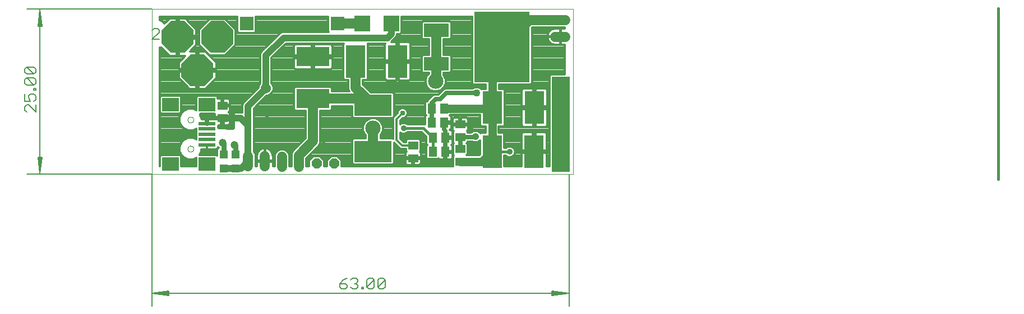
<source format=gtl>
G75*
%MOIN*%
%OFA0B0*%
%FSLAX25Y25*%
%IPPOS*%
%LPD*%
%AMOC8*
5,1,8,0,0,1.08239X$1,22.5*
%
%ADD10C,0.00000*%
%ADD11C,0.00600*%
%ADD12C,0.00512*%
%ADD13C,0.01600*%
%ADD14R,0.10500X0.56700*%
%ADD15R,0.22047X0.12598*%
%ADD16R,0.05118X0.05906*%
%ADD17R,0.05906X0.05118*%
%ADD18R,0.15000X0.08000*%
%ADD19R,0.33000X0.42000*%
%ADD20R,0.19685X0.11811*%
%ADD21R,0.11811X0.19685*%
%ADD22OC8,0.06000*%
%ADD23C,0.06000*%
%ADD24R,0.04724X0.04724*%
%ADD25R,0.09449X0.09449*%
%ADD26OC8,0.19000*%
%ADD27R,0.08268X0.08268*%
%ADD28R,0.09843X0.01969*%
%ADD29R,0.09843X0.07874*%
%ADD30C,0.01400*%
%ADD31C,0.03100*%
%ADD32C,0.02900*%
%ADD33C,0.05000*%
%ADD34C,0.03600*%
%ADD35C,0.01800*%
%ADD36C,0.02500*%
%ADD37C,0.04300*%
%ADD38C,0.04150*%
%ADD39C,0.09150*%
%ADD40C,0.04000*%
%ADD41C,0.06075*%
%ADD42C,0.03000*%
%ADD43C,0.04700*%
D10*
X0078998Y0079799D02*
X0078998Y0178176D01*
X0329358Y0178176D01*
X0329358Y0079799D01*
X0078998Y0079799D01*
X0100326Y0094938D02*
X0100328Y0095022D01*
X0100334Y0095105D01*
X0100344Y0095188D01*
X0100358Y0095271D01*
X0100375Y0095353D01*
X0100397Y0095434D01*
X0100422Y0095513D01*
X0100451Y0095592D01*
X0100484Y0095669D01*
X0100520Y0095744D01*
X0100560Y0095818D01*
X0100603Y0095890D01*
X0100650Y0095959D01*
X0100700Y0096026D01*
X0100753Y0096091D01*
X0100809Y0096153D01*
X0100867Y0096213D01*
X0100929Y0096270D01*
X0100993Y0096323D01*
X0101060Y0096374D01*
X0101129Y0096421D01*
X0101200Y0096466D01*
X0101273Y0096506D01*
X0101348Y0096543D01*
X0101425Y0096577D01*
X0101503Y0096607D01*
X0101582Y0096633D01*
X0101663Y0096656D01*
X0101745Y0096674D01*
X0101827Y0096689D01*
X0101910Y0096700D01*
X0101993Y0096707D01*
X0102077Y0096710D01*
X0102161Y0096709D01*
X0102244Y0096704D01*
X0102328Y0096695D01*
X0102410Y0096682D01*
X0102492Y0096666D01*
X0102573Y0096645D01*
X0102654Y0096621D01*
X0102732Y0096593D01*
X0102810Y0096561D01*
X0102886Y0096525D01*
X0102960Y0096486D01*
X0103032Y0096444D01*
X0103102Y0096398D01*
X0103170Y0096349D01*
X0103235Y0096297D01*
X0103298Y0096242D01*
X0103358Y0096184D01*
X0103416Y0096123D01*
X0103470Y0096059D01*
X0103522Y0095993D01*
X0103570Y0095925D01*
X0103615Y0095854D01*
X0103656Y0095781D01*
X0103695Y0095707D01*
X0103729Y0095631D01*
X0103760Y0095553D01*
X0103787Y0095474D01*
X0103811Y0095393D01*
X0103830Y0095312D01*
X0103846Y0095230D01*
X0103858Y0095147D01*
X0103866Y0095063D01*
X0103870Y0094980D01*
X0103870Y0094896D01*
X0103866Y0094813D01*
X0103858Y0094729D01*
X0103846Y0094646D01*
X0103830Y0094564D01*
X0103811Y0094483D01*
X0103787Y0094402D01*
X0103760Y0094323D01*
X0103729Y0094245D01*
X0103695Y0094169D01*
X0103656Y0094095D01*
X0103615Y0094022D01*
X0103570Y0093951D01*
X0103522Y0093883D01*
X0103470Y0093817D01*
X0103416Y0093753D01*
X0103358Y0093692D01*
X0103298Y0093634D01*
X0103235Y0093579D01*
X0103170Y0093527D01*
X0103102Y0093478D01*
X0103032Y0093432D01*
X0102960Y0093390D01*
X0102886Y0093351D01*
X0102810Y0093315D01*
X0102732Y0093283D01*
X0102654Y0093255D01*
X0102573Y0093231D01*
X0102492Y0093210D01*
X0102410Y0093194D01*
X0102328Y0093181D01*
X0102244Y0093172D01*
X0102161Y0093167D01*
X0102077Y0093166D01*
X0101993Y0093169D01*
X0101910Y0093176D01*
X0101827Y0093187D01*
X0101745Y0093202D01*
X0101663Y0093220D01*
X0101582Y0093243D01*
X0101503Y0093269D01*
X0101425Y0093299D01*
X0101348Y0093333D01*
X0101273Y0093370D01*
X0101200Y0093410D01*
X0101129Y0093455D01*
X0101060Y0093502D01*
X0100993Y0093553D01*
X0100929Y0093606D01*
X0100867Y0093663D01*
X0100809Y0093723D01*
X0100753Y0093785D01*
X0100700Y0093850D01*
X0100650Y0093917D01*
X0100603Y0093986D01*
X0100560Y0094058D01*
X0100520Y0094132D01*
X0100484Y0094207D01*
X0100451Y0094284D01*
X0100422Y0094363D01*
X0100397Y0094442D01*
X0100375Y0094523D01*
X0100358Y0094605D01*
X0100344Y0094688D01*
X0100334Y0094771D01*
X0100328Y0094854D01*
X0100326Y0094938D01*
X0100326Y0112261D02*
X0100328Y0112345D01*
X0100334Y0112428D01*
X0100344Y0112511D01*
X0100358Y0112594D01*
X0100375Y0112676D01*
X0100397Y0112757D01*
X0100422Y0112836D01*
X0100451Y0112915D01*
X0100484Y0112992D01*
X0100520Y0113067D01*
X0100560Y0113141D01*
X0100603Y0113213D01*
X0100650Y0113282D01*
X0100700Y0113349D01*
X0100753Y0113414D01*
X0100809Y0113476D01*
X0100867Y0113536D01*
X0100929Y0113593D01*
X0100993Y0113646D01*
X0101060Y0113697D01*
X0101129Y0113744D01*
X0101200Y0113789D01*
X0101273Y0113829D01*
X0101348Y0113866D01*
X0101425Y0113900D01*
X0101503Y0113930D01*
X0101582Y0113956D01*
X0101663Y0113979D01*
X0101745Y0113997D01*
X0101827Y0114012D01*
X0101910Y0114023D01*
X0101993Y0114030D01*
X0102077Y0114033D01*
X0102161Y0114032D01*
X0102244Y0114027D01*
X0102328Y0114018D01*
X0102410Y0114005D01*
X0102492Y0113989D01*
X0102573Y0113968D01*
X0102654Y0113944D01*
X0102732Y0113916D01*
X0102810Y0113884D01*
X0102886Y0113848D01*
X0102960Y0113809D01*
X0103032Y0113767D01*
X0103102Y0113721D01*
X0103170Y0113672D01*
X0103235Y0113620D01*
X0103298Y0113565D01*
X0103358Y0113507D01*
X0103416Y0113446D01*
X0103470Y0113382D01*
X0103522Y0113316D01*
X0103570Y0113248D01*
X0103615Y0113177D01*
X0103656Y0113104D01*
X0103695Y0113030D01*
X0103729Y0112954D01*
X0103760Y0112876D01*
X0103787Y0112797D01*
X0103811Y0112716D01*
X0103830Y0112635D01*
X0103846Y0112553D01*
X0103858Y0112470D01*
X0103866Y0112386D01*
X0103870Y0112303D01*
X0103870Y0112219D01*
X0103866Y0112136D01*
X0103858Y0112052D01*
X0103846Y0111969D01*
X0103830Y0111887D01*
X0103811Y0111806D01*
X0103787Y0111725D01*
X0103760Y0111646D01*
X0103729Y0111568D01*
X0103695Y0111492D01*
X0103656Y0111418D01*
X0103615Y0111345D01*
X0103570Y0111274D01*
X0103522Y0111206D01*
X0103470Y0111140D01*
X0103416Y0111076D01*
X0103358Y0111015D01*
X0103298Y0110957D01*
X0103235Y0110902D01*
X0103170Y0110850D01*
X0103102Y0110801D01*
X0103032Y0110755D01*
X0102960Y0110713D01*
X0102886Y0110674D01*
X0102810Y0110638D01*
X0102732Y0110606D01*
X0102654Y0110578D01*
X0102573Y0110554D01*
X0102492Y0110533D01*
X0102410Y0110517D01*
X0102328Y0110504D01*
X0102244Y0110495D01*
X0102161Y0110490D01*
X0102077Y0110489D01*
X0101993Y0110492D01*
X0101910Y0110499D01*
X0101827Y0110510D01*
X0101745Y0110525D01*
X0101663Y0110543D01*
X0101582Y0110566D01*
X0101503Y0110592D01*
X0101425Y0110622D01*
X0101348Y0110656D01*
X0101273Y0110693D01*
X0101200Y0110733D01*
X0101129Y0110778D01*
X0101060Y0110825D01*
X0100993Y0110876D01*
X0100929Y0110929D01*
X0100867Y0110986D01*
X0100809Y0111046D01*
X0100753Y0111108D01*
X0100700Y0111173D01*
X0100650Y0111240D01*
X0100603Y0111309D01*
X0100560Y0111381D01*
X0100520Y0111455D01*
X0100484Y0111530D01*
X0100451Y0111607D01*
X0100422Y0111686D01*
X0100397Y0111765D01*
X0100375Y0111846D01*
X0100358Y0111928D01*
X0100344Y0112011D01*
X0100334Y0112094D01*
X0100328Y0112177D01*
X0100326Y0112261D01*
D11*
X0010033Y0116837D02*
X0005763Y0121107D01*
X0004695Y0121107D01*
X0003628Y0120039D01*
X0003628Y0117904D01*
X0004695Y0116837D01*
X0010033Y0116837D02*
X0010033Y0121107D01*
X0008966Y0123282D02*
X0010033Y0124350D01*
X0010033Y0126485D01*
X0008966Y0127552D01*
X0006831Y0127552D01*
X0005763Y0126485D01*
X0005763Y0125417D01*
X0006831Y0123282D01*
X0003628Y0123282D01*
X0003628Y0127552D01*
X0008966Y0129728D02*
X0008966Y0130795D01*
X0010033Y0130795D01*
X0010033Y0129728D01*
X0008966Y0129728D01*
X0008966Y0132950D02*
X0004695Y0132950D01*
X0003628Y0134018D01*
X0003628Y0136153D01*
X0004695Y0137221D01*
X0008966Y0132950D01*
X0010033Y0134018D01*
X0010033Y0136153D01*
X0008966Y0137221D01*
X0004695Y0137221D01*
X0004695Y0139396D02*
X0003628Y0140463D01*
X0003628Y0142599D01*
X0004695Y0143666D01*
X0008966Y0139396D01*
X0010033Y0140463D01*
X0010033Y0142599D01*
X0008966Y0143666D01*
X0004695Y0143666D01*
X0004695Y0139396D02*
X0008966Y0139396D01*
X0079298Y0160099D02*
X0083569Y0164370D01*
X0083569Y0165437D01*
X0082501Y0166505D01*
X0080366Y0166505D01*
X0079298Y0165437D01*
X0085744Y0163302D02*
X0085744Y0161167D01*
X0086811Y0160099D01*
X0090014Y0160099D01*
X0092189Y0160099D02*
X0092189Y0164370D01*
X0093257Y0164370D01*
X0094324Y0163302D01*
X0095392Y0164370D01*
X0096460Y0163302D01*
X0096460Y0160099D01*
X0094324Y0160099D02*
X0094324Y0163302D01*
X0090014Y0164370D02*
X0086811Y0164370D01*
X0085744Y0163302D01*
X0083569Y0160099D02*
X0079298Y0160099D01*
X0192974Y0016833D02*
X0190839Y0014698D01*
X0194042Y0014698D01*
X0195109Y0013630D01*
X0195109Y0012562D01*
X0194042Y0011495D01*
X0191906Y0011495D01*
X0190839Y0012562D01*
X0190839Y0014698D01*
X0192974Y0016833D02*
X0195109Y0017900D01*
X0197284Y0016833D02*
X0198352Y0017900D01*
X0200487Y0017900D01*
X0201555Y0016833D01*
X0201555Y0015765D01*
X0200487Y0014698D01*
X0201555Y0013630D01*
X0201555Y0012562D01*
X0200487Y0011495D01*
X0198352Y0011495D01*
X0197284Y0012562D01*
X0199420Y0014698D02*
X0200487Y0014698D01*
X0203730Y0012562D02*
X0204797Y0012562D01*
X0204797Y0011495D01*
X0203730Y0011495D01*
X0203730Y0012562D01*
X0206953Y0012562D02*
X0208020Y0011495D01*
X0210155Y0011495D01*
X0211223Y0012562D01*
X0211223Y0016833D01*
X0206953Y0012562D01*
X0206953Y0016833D01*
X0208020Y0017900D01*
X0210155Y0017900D01*
X0211223Y0016833D01*
X0213398Y0016833D02*
X0214466Y0017900D01*
X0216601Y0017900D01*
X0217668Y0016833D01*
X0213398Y0012562D01*
X0214466Y0011495D01*
X0216601Y0011495D01*
X0217668Y0012562D01*
X0217668Y0016833D01*
X0213398Y0016833D02*
X0213398Y0012562D01*
D12*
X0078998Y0001256D02*
X0078998Y0079799D01*
X0004918Y0079799D01*
X0012595Y0080055D02*
X0013619Y0090035D01*
X0013852Y0090035D02*
X0012595Y0080055D01*
X0011572Y0090035D01*
X0011338Y0090035D02*
X0013852Y0090035D01*
X0013107Y0090035D02*
X0012595Y0080055D01*
X0012083Y0090035D01*
X0011338Y0090035D02*
X0012595Y0080055D01*
X0012595Y0177969D01*
X0013619Y0167988D01*
X0013852Y0167988D02*
X0012595Y0177969D01*
X0011572Y0167988D01*
X0011338Y0167988D02*
X0013852Y0167988D01*
X0013107Y0167988D02*
X0012595Y0177969D01*
X0012083Y0167988D01*
X0011338Y0167988D02*
X0012595Y0177969D01*
X0004918Y0178224D02*
X0078998Y0178224D01*
X0327030Y0079799D02*
X0327030Y0001256D01*
X0326774Y0008933D02*
X0316794Y0007909D01*
X0316794Y0007676D02*
X0326774Y0008933D01*
X0316794Y0009957D01*
X0316794Y0010190D02*
X0316794Y0007676D01*
X0316794Y0008421D02*
X0326774Y0008933D01*
X0316794Y0009445D01*
X0316794Y0010190D02*
X0326774Y0008933D01*
X0079254Y0008933D01*
X0089235Y0007909D01*
X0089235Y0007676D02*
X0079254Y0008933D01*
X0089235Y0009957D01*
X0089235Y0010190D02*
X0089235Y0007676D01*
X0089235Y0008421D02*
X0079254Y0008933D01*
X0089235Y0009445D01*
X0089235Y0010190D02*
X0079254Y0008933D01*
D13*
X0582298Y0076999D02*
X0582298Y0178499D01*
D14*
X0322248Y0109549D03*
D15*
X0210624Y0120929D03*
X0210624Y0093370D03*
D16*
X0246058Y0093099D03*
X0253538Y0093099D03*
X0253538Y0101499D03*
X0246058Y0101499D03*
X0245358Y0110599D03*
X0252838Y0110599D03*
X0252838Y0118999D03*
X0245358Y0118999D03*
D17*
X0262398Y0109439D03*
X0262398Y0101959D03*
X0262398Y0094739D03*
X0262398Y0087259D03*
X0234398Y0089359D03*
X0234398Y0096839D03*
X0120998Y0113159D03*
X0120998Y0120639D03*
D18*
X0248250Y0145448D03*
X0248250Y0165448D03*
D19*
X0287250Y0155448D03*
D20*
X0174898Y0149710D03*
X0174898Y0124714D03*
D21*
X0200213Y0146999D03*
X0225209Y0146999D03*
X0281531Y0119390D03*
X0306527Y0119390D03*
X0306331Y0093284D03*
X0281335Y0093284D03*
D22*
X0187498Y0086099D03*
X0176998Y0086099D03*
D23*
X0166498Y0087299D02*
X0166498Y0090999D01*
X0174898Y0099399D01*
X0174898Y0124714D01*
X0206839Y0124714D01*
X0200213Y0131340D01*
X0200213Y0146999D01*
X0248250Y0145448D02*
X0248250Y0135651D01*
X0247698Y0135099D01*
X0248250Y0145448D02*
X0248250Y0165448D01*
X0287250Y0155448D02*
X0303490Y0171688D01*
X0321972Y0171688D01*
X0318972Y0171688D02*
X0324972Y0171688D01*
X0324972Y0161688D02*
X0318972Y0161688D01*
X0251198Y0145300D02*
X0248250Y0145448D01*
X0210624Y0120929D02*
X0206839Y0124714D01*
X0210598Y0107099D02*
X0210598Y0093396D01*
X0210624Y0093370D01*
X0166498Y0090299D02*
X0166498Y0084299D01*
X0156498Y0084299D02*
X0156498Y0090299D01*
X0146298Y0090499D02*
X0146298Y0084499D01*
X0136298Y0084499D02*
X0136298Y0090499D01*
X0189398Y0169399D02*
X0204037Y0169399D01*
D24*
X0128698Y0091633D03*
X0121698Y0091633D03*
X0121698Y0083365D03*
X0128698Y0083365D03*
D25*
X0204037Y0169399D03*
X0221360Y0169399D03*
D26*
X0117998Y0161399D03*
X0094398Y0161399D03*
X0106198Y0141699D03*
D27*
X0135461Y0169399D03*
X0189398Y0169399D03*
D28*
X0111941Y0109898D03*
X0111941Y0106749D03*
X0111941Y0103599D03*
X0111941Y0100450D03*
X0111941Y0097300D03*
D29*
X0111941Y0085883D03*
X0090287Y0085883D03*
X0090287Y0121316D03*
X0111941Y0121316D03*
D30*
X0105620Y0121755D02*
X0096609Y0121755D01*
X0096609Y0123153D02*
X0105620Y0123153D01*
X0105620Y0124552D02*
X0096609Y0124552D01*
X0096609Y0125833D02*
X0095788Y0126653D01*
X0084786Y0126653D01*
X0083966Y0125833D01*
X0083966Y0116799D01*
X0084786Y0115979D01*
X0095788Y0115979D01*
X0096609Y0116799D01*
X0096609Y0125833D01*
X0096491Y0125950D02*
X0105737Y0125950D01*
X0105620Y0125833D02*
X0105620Y0117807D01*
X0103386Y0118732D01*
X0100811Y0118732D01*
X0098432Y0117747D01*
X0096612Y0115927D01*
X0095627Y0113548D01*
X0095627Y0110973D01*
X0096612Y0108595D01*
X0098432Y0106774D01*
X0100811Y0105789D01*
X0103386Y0105789D01*
X0105620Y0106714D01*
X0105620Y0105185D01*
X0105630Y0105174D01*
X0105620Y0105163D01*
X0105620Y0102035D01*
X0105630Y0102024D01*
X0105620Y0102014D01*
X0105620Y0100484D01*
X0103386Y0101409D01*
X0100811Y0101409D01*
X0098432Y0100424D01*
X0096612Y0098604D01*
X0095627Y0096225D01*
X0095627Y0093650D01*
X0096612Y0091272D01*
X0098432Y0089451D01*
X0100811Y0088466D01*
X0103386Y0088466D01*
X0105620Y0089391D01*
X0105620Y0084499D01*
X0096609Y0084499D01*
X0096609Y0090400D01*
X0095788Y0091220D01*
X0084786Y0091220D01*
X0083966Y0090400D01*
X0083966Y0084499D01*
X0083698Y0084499D01*
X0083698Y0155099D01*
X0084563Y0155099D01*
X0084772Y0155186D01*
X0089759Y0150199D01*
X0093698Y0150199D01*
X0093698Y0155099D01*
X0095098Y0155099D01*
X0095098Y0150199D01*
X0098859Y0150199D01*
X0094998Y0146338D01*
X0094998Y0142399D01*
X0105498Y0142399D01*
X0105498Y0140999D01*
X0094998Y0140999D01*
X0094998Y0137060D01*
X0101559Y0130499D01*
X0105498Y0130499D01*
X0105498Y0140999D01*
X0106898Y0140999D01*
X0106898Y0130499D01*
X0110837Y0130499D01*
X0117398Y0137060D01*
X0117398Y0140999D01*
X0106898Y0140999D01*
X0106898Y0142399D01*
X0105498Y0142399D01*
X0105498Y0152899D01*
X0101737Y0152899D01*
X0105598Y0156760D01*
X0105598Y0160699D01*
X0101460Y0160699D01*
X0101460Y0162099D01*
X0105598Y0162099D01*
X0105598Y0166038D01*
X0099037Y0172599D01*
X0095098Y0172599D01*
X0095098Y0169370D01*
X0094397Y0169370D01*
X0094324Y0169339D01*
X0094251Y0169370D01*
X0093698Y0169370D01*
X0093698Y0172599D01*
X0089759Y0172599D01*
X0086618Y0169458D01*
X0086551Y0169525D01*
X0086401Y0169676D01*
X0086401Y0169676D01*
X0085352Y0170724D01*
X0085333Y0170743D01*
X0084450Y0171109D01*
X0083698Y0171421D01*
X0083698Y0173476D01*
X0129927Y0173476D01*
X0129927Y0164685D01*
X0130748Y0163865D01*
X0140175Y0163865D01*
X0140995Y0164685D01*
X0140995Y0173476D01*
X0183864Y0173476D01*
X0183864Y0164685D01*
X0184151Y0164399D01*
X0156722Y0164399D01*
X0155472Y0163882D01*
X0154516Y0162925D01*
X0144972Y0153382D01*
X0144016Y0152425D01*
X0143498Y0151176D01*
X0143498Y0133775D01*
X0143136Y0133413D01*
X0142461Y0131782D01*
X0142461Y0131270D01*
X0133416Y0122225D01*
X0132898Y0120976D01*
X0132898Y0119623D01*
X0132898Y0116450D01*
X0132634Y0116559D01*
X0125090Y0116559D01*
X0124953Y0116696D01*
X0124995Y0116720D01*
X0125311Y0117036D01*
X0125535Y0117424D01*
X0125651Y0117856D01*
X0125651Y0120060D01*
X0121578Y0120060D01*
X0121578Y0121219D01*
X0125651Y0121219D01*
X0125651Y0123422D01*
X0125535Y0123855D01*
X0125311Y0124242D01*
X0124995Y0124559D01*
X0124607Y0124783D01*
X0124175Y0124898D01*
X0121578Y0124898D01*
X0121578Y0121219D01*
X0120419Y0121219D01*
X0120419Y0124898D01*
X0118262Y0124898D01*
X0118262Y0125833D01*
X0117442Y0126653D01*
X0106440Y0126653D01*
X0105620Y0125833D01*
X0105498Y0131544D02*
X0106898Y0131544D01*
X0106898Y0132943D02*
X0105498Y0132943D01*
X0105498Y0134341D02*
X0106898Y0134341D01*
X0106898Y0135740D02*
X0105498Y0135740D01*
X0105498Y0137138D02*
X0106898Y0137138D01*
X0106898Y0138537D02*
X0105498Y0138537D01*
X0105498Y0139935D02*
X0106898Y0139935D01*
X0106898Y0141334D02*
X0143498Y0141334D01*
X0143498Y0142732D02*
X0117398Y0142732D01*
X0117398Y0142399D02*
X0117398Y0146338D01*
X0110837Y0152899D01*
X0106898Y0152899D01*
X0106898Y0142399D01*
X0117398Y0142399D01*
X0117398Y0144131D02*
X0143498Y0144131D01*
X0143498Y0145529D02*
X0117398Y0145529D01*
X0116809Y0146928D02*
X0143498Y0146928D01*
X0143498Y0148326D02*
X0115410Y0148326D01*
X0114012Y0149725D02*
X0143498Y0149725D01*
X0143498Y0151123D02*
X0123137Y0151123D01*
X0122513Y0150499D02*
X0128898Y0156884D01*
X0128898Y0165914D01*
X0122513Y0172299D01*
X0113483Y0172299D01*
X0107098Y0165914D01*
X0107098Y0156884D01*
X0113483Y0150499D01*
X0122513Y0150499D01*
X0124536Y0152522D02*
X0144113Y0152522D01*
X0145511Y0153920D02*
X0125934Y0153920D01*
X0127333Y0155319D02*
X0146910Y0155319D01*
X0148308Y0156717D02*
X0128731Y0156717D01*
X0128898Y0158116D02*
X0149707Y0158116D01*
X0151105Y0159514D02*
X0128898Y0159514D01*
X0128898Y0160913D02*
X0152504Y0160913D01*
X0153902Y0162311D02*
X0128898Y0162311D01*
X0128898Y0163710D02*
X0155301Y0163710D01*
X0140995Y0165108D02*
X0183864Y0165108D01*
X0183864Y0166507D02*
X0140995Y0166507D01*
X0140995Y0167905D02*
X0183864Y0167905D01*
X0183864Y0169304D02*
X0140995Y0169304D01*
X0140995Y0170702D02*
X0183864Y0170702D01*
X0183864Y0172101D02*
X0140995Y0172101D01*
X0129927Y0172101D02*
X0122711Y0172101D01*
X0124110Y0170702D02*
X0129927Y0170702D01*
X0129927Y0169304D02*
X0125508Y0169304D01*
X0126907Y0167905D02*
X0129927Y0167905D01*
X0129927Y0166507D02*
X0128305Y0166507D01*
X0128898Y0165108D02*
X0129927Y0165108D01*
X0113285Y0172101D02*
X0099536Y0172101D01*
X0100934Y0170702D02*
X0111887Y0170702D01*
X0110488Y0169304D02*
X0102333Y0169304D01*
X0103731Y0167905D02*
X0109090Y0167905D01*
X0107691Y0166507D02*
X0105130Y0166507D01*
X0105598Y0165108D02*
X0107098Y0165108D01*
X0107098Y0163710D02*
X0105598Y0163710D01*
X0105598Y0162311D02*
X0107098Y0162311D01*
X0107098Y0160913D02*
X0101460Y0160913D01*
X0105598Y0159514D02*
X0107098Y0159514D01*
X0107098Y0158116D02*
X0105598Y0158116D01*
X0105556Y0156717D02*
X0107265Y0156717D01*
X0108664Y0155319D02*
X0104157Y0155319D01*
X0102759Y0153920D02*
X0110062Y0153920D01*
X0111215Y0152522D02*
X0111461Y0152522D01*
X0112613Y0151123D02*
X0112859Y0151123D01*
X0106898Y0151123D02*
X0105498Y0151123D01*
X0105498Y0149725D02*
X0106898Y0149725D01*
X0106898Y0148326D02*
X0105498Y0148326D01*
X0105498Y0146928D02*
X0106898Y0146928D01*
X0106898Y0145529D02*
X0105498Y0145529D01*
X0105498Y0144131D02*
X0106898Y0144131D01*
X0106898Y0142732D02*
X0105498Y0142732D01*
X0105498Y0141334D02*
X0083698Y0141334D01*
X0083698Y0142732D02*
X0094998Y0142732D01*
X0094998Y0144131D02*
X0083698Y0144131D01*
X0083698Y0145529D02*
X0094998Y0145529D01*
X0095588Y0146928D02*
X0083698Y0146928D01*
X0083698Y0148326D02*
X0096986Y0148326D01*
X0098385Y0149725D02*
X0083698Y0149725D01*
X0083698Y0151123D02*
X0088835Y0151123D01*
X0087437Y0152522D02*
X0083698Y0152522D01*
X0083698Y0153920D02*
X0086038Y0153920D01*
X0093698Y0153920D02*
X0095098Y0153920D01*
X0095098Y0152522D02*
X0093698Y0152522D01*
X0093698Y0151123D02*
X0095098Y0151123D01*
X0105498Y0152522D02*
X0106898Y0152522D01*
X0117398Y0139935D02*
X0143498Y0139935D01*
X0143498Y0138537D02*
X0117398Y0138537D01*
X0117398Y0137138D02*
X0143498Y0137138D01*
X0143498Y0135740D02*
X0116078Y0135740D01*
X0114679Y0134341D02*
X0143498Y0134341D01*
X0142942Y0132943D02*
X0113281Y0132943D01*
X0111882Y0131544D02*
X0142461Y0131544D01*
X0141336Y0130146D02*
X0083698Y0130146D01*
X0083698Y0131544D02*
X0100514Y0131544D01*
X0099116Y0132943D02*
X0083698Y0132943D01*
X0083698Y0134341D02*
X0097717Y0134341D01*
X0096319Y0135740D02*
X0083698Y0135740D01*
X0083698Y0137138D02*
X0094998Y0137138D01*
X0094998Y0138537D02*
X0083698Y0138537D01*
X0083698Y0139935D02*
X0094998Y0139935D01*
X0083698Y0128747D02*
X0139938Y0128747D01*
X0138539Y0127349D02*
X0083698Y0127349D01*
X0083698Y0125950D02*
X0084083Y0125950D01*
X0083966Y0124552D02*
X0083698Y0124552D01*
X0083698Y0123153D02*
X0083966Y0123153D01*
X0083966Y0121755D02*
X0083698Y0121755D01*
X0083698Y0120356D02*
X0083966Y0120356D01*
X0083966Y0118958D02*
X0083698Y0118958D01*
X0083698Y0117559D02*
X0083966Y0117559D01*
X0083698Y0116161D02*
X0084604Y0116161D01*
X0083698Y0114762D02*
X0096130Y0114762D01*
X0095970Y0116161D02*
X0096846Y0116161D01*
X0096609Y0117559D02*
X0098244Y0117559D01*
X0096609Y0118958D02*
X0105620Y0118958D01*
X0105620Y0120356D02*
X0096609Y0120356D01*
X0095627Y0113363D02*
X0083698Y0113363D01*
X0083698Y0111965D02*
X0095627Y0111965D01*
X0095795Y0110566D02*
X0083698Y0110566D01*
X0083698Y0109168D02*
X0096374Y0109168D01*
X0097437Y0107769D02*
X0083698Y0107769D01*
X0083698Y0106371D02*
X0099406Y0106371D01*
X0104791Y0106371D02*
X0105620Y0106371D01*
X0105620Y0104972D02*
X0083698Y0104972D01*
X0083698Y0103574D02*
X0105620Y0103574D01*
X0105620Y0102175D02*
X0083698Y0102175D01*
X0083698Y0100777D02*
X0099284Y0100777D01*
X0097387Y0099378D02*
X0083698Y0099378D01*
X0083698Y0097980D02*
X0096353Y0097980D01*
X0095774Y0096581D02*
X0083698Y0096581D01*
X0083698Y0095183D02*
X0095627Y0095183D01*
X0095627Y0093784D02*
X0083698Y0093784D01*
X0083698Y0092386D02*
X0096150Y0092386D01*
X0096021Y0090987D02*
X0096896Y0090987D01*
X0096609Y0089589D02*
X0098295Y0089589D01*
X0096609Y0088190D02*
X0105620Y0088190D01*
X0105620Y0086792D02*
X0096609Y0086792D01*
X0096609Y0085393D02*
X0105620Y0085393D01*
X0107532Y0091220D02*
X0107585Y0091272D01*
X0108570Y0093650D01*
X0108570Y0094616D01*
X0111941Y0094616D01*
X0117086Y0094616D01*
X0117518Y0094732D01*
X0117906Y0094955D01*
X0118222Y0095272D01*
X0118446Y0095660D01*
X0118507Y0095887D01*
X0118798Y0095596D01*
X0118798Y0095395D01*
X0118756Y0095395D01*
X0117936Y0094575D01*
X0117936Y0090726D01*
X0117442Y0091220D01*
X0107532Y0091220D01*
X0108046Y0092386D02*
X0117936Y0092386D01*
X0117936Y0093784D02*
X0108570Y0093784D01*
X0111941Y0094616D02*
X0111941Y0097300D01*
X0111941Y0094616D01*
X0111941Y0095183D02*
X0111941Y0095183D01*
X0111941Y0096581D02*
X0111941Y0096581D01*
X0111941Y0097300D02*
X0111941Y0097300D01*
X0118133Y0095183D02*
X0118544Y0095183D01*
X0117936Y0090987D02*
X0117674Y0090987D01*
X0139698Y0093322D02*
X0139698Y0118891D01*
X0147269Y0126462D01*
X0147781Y0126462D01*
X0149412Y0127137D01*
X0150660Y0128386D01*
X0151336Y0130017D01*
X0151336Y0131782D01*
X0150660Y0133413D01*
X0150298Y0133775D01*
X0150298Y0149091D01*
X0158807Y0157599D01*
X0193085Y0157599D01*
X0192908Y0157422D01*
X0192908Y0136577D01*
X0193728Y0135757D01*
X0195813Y0135757D01*
X0195813Y0130465D01*
X0196373Y0129114D01*
X0186141Y0129114D01*
X0186141Y0131200D01*
X0185321Y0132020D01*
X0164476Y0132020D01*
X0163656Y0131200D01*
X0163656Y0118229D01*
X0164476Y0117409D01*
X0170498Y0117409D01*
X0170498Y0101222D01*
X0164006Y0094729D01*
X0162768Y0093492D01*
X0162098Y0091874D01*
X0162098Y0084499D01*
X0160898Y0084499D01*
X0160898Y0091174D01*
X0160228Y0092792D01*
X0158991Y0094029D01*
X0157373Y0094699D01*
X0155623Y0094699D01*
X0154006Y0094029D01*
X0152768Y0092792D01*
X0152098Y0091174D01*
X0152098Y0084499D01*
X0150998Y0084499D01*
X0150998Y0087199D01*
X0146598Y0087199D01*
X0146598Y0087799D01*
X0145998Y0087799D01*
X0145998Y0087199D01*
X0141598Y0087199D01*
X0141598Y0084499D01*
X0140698Y0084499D01*
X0140698Y0091374D01*
X0140028Y0092992D01*
X0139698Y0093322D01*
X0139698Y0093784D02*
X0142937Y0093784D01*
X0142713Y0093561D02*
X0142278Y0092963D01*
X0141943Y0092303D01*
X0141714Y0091600D01*
X0141598Y0090869D01*
X0141598Y0087799D01*
X0145998Y0087799D01*
X0145998Y0095199D01*
X0145928Y0095199D01*
X0145198Y0095083D01*
X0144494Y0094855D01*
X0143835Y0094519D01*
X0143236Y0094084D01*
X0142713Y0093561D01*
X0141985Y0092386D02*
X0140279Y0092386D01*
X0140698Y0090987D02*
X0141617Y0090987D01*
X0141598Y0089589D02*
X0140698Y0089589D01*
X0140698Y0088190D02*
X0141598Y0088190D01*
X0141598Y0086792D02*
X0140698Y0086792D01*
X0140698Y0085393D02*
X0141598Y0085393D01*
X0145998Y0088190D02*
X0146598Y0088190D01*
X0146598Y0087799D02*
X0146598Y0095199D01*
X0146668Y0095199D01*
X0147399Y0095083D01*
X0148102Y0094855D01*
X0148762Y0094519D01*
X0149360Y0094084D01*
X0149883Y0093561D01*
X0150318Y0092963D01*
X0150654Y0092303D01*
X0150883Y0091600D01*
X0150998Y0090869D01*
X0150998Y0087799D01*
X0146598Y0087799D01*
X0146598Y0089589D02*
X0145998Y0089589D01*
X0145998Y0090987D02*
X0146598Y0090987D01*
X0146598Y0092386D02*
X0145998Y0092386D01*
X0145998Y0093784D02*
X0146598Y0093784D01*
X0146598Y0095183D02*
X0145998Y0095183D01*
X0145825Y0095183D02*
X0139698Y0095183D01*
X0139698Y0096581D02*
X0165858Y0096581D01*
X0164459Y0095183D02*
X0146772Y0095183D01*
X0149660Y0093784D02*
X0153761Y0093784D01*
X0152600Y0092386D02*
X0150612Y0092386D01*
X0150980Y0090987D02*
X0152098Y0090987D01*
X0152098Y0089589D02*
X0150998Y0089589D01*
X0150998Y0088190D02*
X0152098Y0088190D01*
X0152098Y0086792D02*
X0150998Y0086792D01*
X0150998Y0085393D02*
X0152098Y0085393D01*
X0160898Y0085393D02*
X0162098Y0085393D01*
X0162098Y0086792D02*
X0160898Y0086792D01*
X0160898Y0088190D02*
X0162098Y0088190D01*
X0162098Y0089589D02*
X0160898Y0089589D01*
X0160898Y0090987D02*
X0162098Y0090987D01*
X0162310Y0092386D02*
X0160397Y0092386D01*
X0159236Y0093784D02*
X0163061Y0093784D01*
X0167256Y0097980D02*
X0139698Y0097980D01*
X0139698Y0099378D02*
X0168655Y0099378D01*
X0170053Y0100777D02*
X0139698Y0100777D01*
X0139698Y0102175D02*
X0170498Y0102175D01*
X0170498Y0103574D02*
X0139698Y0103574D01*
X0139698Y0104972D02*
X0170498Y0104972D01*
X0170498Y0106371D02*
X0139698Y0106371D01*
X0139698Y0107769D02*
X0170498Y0107769D01*
X0170498Y0109168D02*
X0139698Y0109168D01*
X0139698Y0110566D02*
X0170498Y0110566D01*
X0170498Y0111965D02*
X0139698Y0111965D01*
X0139698Y0113363D02*
X0170498Y0113363D01*
X0170498Y0114762D02*
X0139698Y0114762D01*
X0139698Y0116161D02*
X0170498Y0116161D01*
X0164326Y0117559D02*
X0139698Y0117559D01*
X0139765Y0118958D02*
X0163656Y0118958D01*
X0163656Y0120356D02*
X0141163Y0120356D01*
X0142562Y0121755D02*
X0163656Y0121755D01*
X0163656Y0123153D02*
X0143960Y0123153D01*
X0145359Y0124552D02*
X0163656Y0124552D01*
X0163656Y0125950D02*
X0146757Y0125950D01*
X0149623Y0127349D02*
X0163656Y0127349D01*
X0163656Y0128747D02*
X0150810Y0128747D01*
X0151336Y0130146D02*
X0163656Y0130146D01*
X0164000Y0131544D02*
X0151336Y0131544D01*
X0150855Y0132943D02*
X0195813Y0132943D01*
X0195813Y0134341D02*
X0150298Y0134341D01*
X0150298Y0135740D02*
X0195813Y0135740D01*
X0192908Y0137138D02*
X0150298Y0137138D01*
X0150298Y0138537D02*
X0192908Y0138537D01*
X0192908Y0139935D02*
X0150298Y0139935D01*
X0150298Y0141334D02*
X0192908Y0141334D01*
X0192908Y0142732D02*
X0186072Y0142732D01*
X0186101Y0142761D02*
X0186325Y0143149D01*
X0186441Y0143581D01*
X0186441Y0149010D01*
X0175598Y0149010D01*
X0175598Y0142105D01*
X0184965Y0142105D01*
X0185397Y0142221D01*
X0185785Y0142444D01*
X0186101Y0142761D01*
X0186441Y0144131D02*
X0192908Y0144131D01*
X0192908Y0145529D02*
X0186441Y0145529D01*
X0186441Y0146928D02*
X0192908Y0146928D01*
X0192908Y0148326D02*
X0186441Y0148326D01*
X0186441Y0150410D02*
X0175598Y0150410D01*
X0174198Y0150410D01*
X0174198Y0149010D01*
X0163356Y0149010D01*
X0163356Y0143581D01*
X0163472Y0143149D01*
X0163695Y0142761D01*
X0164012Y0142444D01*
X0164400Y0142221D01*
X0164832Y0142105D01*
X0174198Y0142105D01*
X0174198Y0149010D01*
X0175598Y0149010D01*
X0175598Y0150410D01*
X0175598Y0157316D01*
X0184965Y0157316D01*
X0185397Y0157200D01*
X0185785Y0156976D01*
X0186101Y0156660D01*
X0186325Y0156272D01*
X0186441Y0155840D01*
X0186441Y0150410D01*
X0186441Y0151123D02*
X0192908Y0151123D01*
X0192908Y0149725D02*
X0175598Y0149725D01*
X0175598Y0151123D02*
X0174198Y0151123D01*
X0174198Y0150410D02*
X0174198Y0157316D01*
X0164832Y0157316D01*
X0164400Y0157200D01*
X0164012Y0156976D01*
X0163695Y0156660D01*
X0163472Y0156272D01*
X0163356Y0155840D01*
X0163356Y0150410D01*
X0174198Y0150410D01*
X0174198Y0149725D02*
X0150932Y0149725D01*
X0150298Y0148326D02*
X0163356Y0148326D01*
X0163356Y0146928D02*
X0150298Y0146928D01*
X0150298Y0145529D02*
X0163356Y0145529D01*
X0163356Y0144131D02*
X0150298Y0144131D01*
X0150298Y0142732D02*
X0163724Y0142732D01*
X0174198Y0142732D02*
X0175598Y0142732D01*
X0175598Y0144131D02*
X0174198Y0144131D01*
X0174198Y0145529D02*
X0175598Y0145529D01*
X0175598Y0146928D02*
X0174198Y0146928D01*
X0174198Y0148326D02*
X0175598Y0148326D01*
X0175598Y0152522D02*
X0174198Y0152522D01*
X0174198Y0153920D02*
X0175598Y0153920D01*
X0175598Y0155319D02*
X0174198Y0155319D01*
X0174198Y0156717D02*
X0175598Y0156717D01*
X0186043Y0156717D02*
X0192908Y0156717D01*
X0192908Y0155319D02*
X0186441Y0155319D01*
X0186441Y0153920D02*
X0192908Y0153920D01*
X0192908Y0152522D02*
X0186441Y0152522D01*
X0163753Y0156717D02*
X0157925Y0156717D01*
X0156526Y0155319D02*
X0163356Y0155319D01*
X0163356Y0153920D02*
X0155128Y0153920D01*
X0153729Y0152522D02*
X0163356Y0152522D01*
X0163356Y0151123D02*
X0152331Y0151123D01*
X0204613Y0135757D02*
X0204613Y0133163D01*
X0209148Y0128628D01*
X0222228Y0128628D01*
X0223048Y0127808D01*
X0223048Y0114119D01*
X0223728Y0114799D01*
X0225148Y0116219D01*
X0225148Y0116786D01*
X0225597Y0117870D01*
X0226427Y0118700D01*
X0227511Y0119149D01*
X0228685Y0119149D01*
X0229769Y0118700D01*
X0230599Y0117870D01*
X0231048Y0116786D01*
X0231048Y0115612D01*
X0230599Y0114528D01*
X0229769Y0113698D01*
X0228685Y0113249D01*
X0228118Y0113249D01*
X0226698Y0111829D01*
X0226698Y0109525D01*
X0226986Y0109812D01*
X0228162Y0110299D01*
X0229435Y0110299D01*
X0230611Y0109812D01*
X0231024Y0109399D01*
X0241399Y0109399D01*
X0241399Y0114132D01*
X0242066Y0114799D01*
X0241399Y0115467D01*
X0241399Y0122532D01*
X0242219Y0123352D01*
X0242942Y0123352D01*
X0243112Y0123760D01*
X0245452Y0126100D01*
X0246197Y0126846D01*
X0247171Y0127249D01*
X0249401Y0127249D01*
X0251752Y0129600D01*
X0252497Y0130346D01*
X0253471Y0130749D01*
X0269828Y0130749D01*
X0270187Y0131109D01*
X0271492Y0131649D01*
X0272904Y0131649D01*
X0274209Y0131109D01*
X0274866Y0130452D01*
X0275046Y0130632D01*
X0277631Y0130632D01*
X0277631Y0133048D01*
X0270170Y0133048D01*
X0269350Y0133868D01*
X0269350Y0173476D01*
X0227484Y0173476D01*
X0227484Y0164095D01*
X0226664Y0163275D01*
X0224760Y0163275D01*
X0224760Y0162684D01*
X0224242Y0161435D01*
X0223286Y0160478D01*
X0221349Y0158542D01*
X0224509Y0158542D01*
X0224509Y0147699D01*
X0224509Y0146299D01*
X0217604Y0146299D01*
X0217604Y0136933D01*
X0217720Y0136501D01*
X0217943Y0136113D01*
X0218260Y0135796D01*
X0218648Y0135573D01*
X0219080Y0135457D01*
X0224509Y0135457D01*
X0224509Y0146299D01*
X0225909Y0146299D01*
X0225909Y0135457D01*
X0231339Y0135457D01*
X0231771Y0135573D01*
X0232159Y0135796D01*
X0232475Y0136113D01*
X0232699Y0136501D01*
X0232815Y0136933D01*
X0232815Y0146299D01*
X0225909Y0146299D01*
X0225909Y0147699D01*
X0224509Y0147699D01*
X0217604Y0147699D01*
X0217604Y0157066D01*
X0217720Y0157498D01*
X0217778Y0157599D01*
X0207341Y0157599D01*
X0207519Y0157422D01*
X0207519Y0136577D01*
X0206699Y0135757D01*
X0204613Y0135757D01*
X0204613Y0135740D02*
X0218358Y0135740D01*
X0217604Y0137138D02*
X0207519Y0137138D01*
X0207519Y0138537D02*
X0217604Y0138537D01*
X0217604Y0139935D02*
X0207519Y0139935D01*
X0207519Y0141334D02*
X0217604Y0141334D01*
X0217604Y0142732D02*
X0207519Y0142732D01*
X0207519Y0144131D02*
X0217604Y0144131D01*
X0217604Y0145529D02*
X0207519Y0145529D01*
X0207519Y0146928D02*
X0224509Y0146928D01*
X0224509Y0148326D02*
X0225909Y0148326D01*
X0225909Y0147699D02*
X0225909Y0158542D01*
X0231339Y0158542D01*
X0231771Y0158426D01*
X0232159Y0158202D01*
X0232475Y0157886D01*
X0232699Y0157498D01*
X0232815Y0157066D01*
X0232815Y0147699D01*
X0225909Y0147699D01*
X0225909Y0146928D02*
X0239350Y0146928D01*
X0239350Y0148326D02*
X0232815Y0148326D01*
X0232815Y0149725D02*
X0239350Y0149725D01*
X0239350Y0150028D02*
X0239350Y0140868D01*
X0240170Y0140048D01*
X0243850Y0140048D01*
X0243850Y0139701D01*
X0242633Y0138484D01*
X0241723Y0136288D01*
X0241723Y0133911D01*
X0242633Y0131715D01*
X0244314Y0130034D01*
X0246510Y0129124D01*
X0248887Y0129124D01*
X0251083Y0130034D01*
X0252764Y0131715D01*
X0253673Y0133911D01*
X0253673Y0136288D01*
X0252764Y0138484D01*
X0252650Y0138597D01*
X0252650Y0140048D01*
X0256330Y0140048D01*
X0257150Y0140868D01*
X0257150Y0150028D01*
X0256330Y0150848D01*
X0252650Y0150848D01*
X0252650Y0160048D01*
X0256330Y0160048D01*
X0257150Y0160868D01*
X0257150Y0170028D01*
X0256330Y0170848D01*
X0240170Y0170848D01*
X0239350Y0170028D01*
X0239350Y0160868D01*
X0240170Y0160048D01*
X0243850Y0160048D01*
X0243850Y0150848D01*
X0240170Y0150848D01*
X0239350Y0150028D01*
X0243850Y0151123D02*
X0232815Y0151123D01*
X0232815Y0152522D02*
X0243850Y0152522D01*
X0243850Y0153920D02*
X0232815Y0153920D01*
X0232815Y0155319D02*
X0243850Y0155319D01*
X0243850Y0156717D02*
X0232815Y0156717D01*
X0232245Y0158116D02*
X0243850Y0158116D01*
X0243850Y0159514D02*
X0222322Y0159514D01*
X0223720Y0160913D02*
X0239350Y0160913D01*
X0239350Y0162311D02*
X0224605Y0162311D01*
X0227099Y0163710D02*
X0239350Y0163710D01*
X0239350Y0165108D02*
X0227484Y0165108D01*
X0227484Y0166507D02*
X0239350Y0166507D01*
X0239350Y0167905D02*
X0227484Y0167905D01*
X0227484Y0169304D02*
X0239350Y0169304D01*
X0240025Y0170702D02*
X0227484Y0170702D01*
X0227484Y0172101D02*
X0269350Y0172101D01*
X0269350Y0170702D02*
X0256476Y0170702D01*
X0257150Y0169304D02*
X0269350Y0169304D01*
X0269350Y0167905D02*
X0257150Y0167905D01*
X0257150Y0166507D02*
X0269350Y0166507D01*
X0269350Y0165108D02*
X0257150Y0165108D01*
X0257150Y0163710D02*
X0269350Y0163710D01*
X0269350Y0162311D02*
X0257150Y0162311D01*
X0257150Y0160913D02*
X0269350Y0160913D01*
X0269350Y0159514D02*
X0252650Y0159514D01*
X0252650Y0158116D02*
X0269350Y0158116D01*
X0269350Y0156717D02*
X0252650Y0156717D01*
X0252650Y0155319D02*
X0269350Y0155319D01*
X0269350Y0153920D02*
X0252650Y0153920D01*
X0252650Y0152522D02*
X0269350Y0152522D01*
X0269350Y0151123D02*
X0252650Y0151123D01*
X0257150Y0149725D02*
X0269350Y0149725D01*
X0269350Y0148326D02*
X0257150Y0148326D01*
X0257150Y0146928D02*
X0269350Y0146928D01*
X0269350Y0145529D02*
X0257150Y0145529D01*
X0257150Y0144131D02*
X0269350Y0144131D01*
X0269350Y0142732D02*
X0257150Y0142732D01*
X0257150Y0141334D02*
X0269350Y0141334D01*
X0269350Y0139935D02*
X0252650Y0139935D01*
X0252711Y0138537D02*
X0269350Y0138537D01*
X0269350Y0137138D02*
X0253321Y0137138D01*
X0253673Y0135740D02*
X0269350Y0135740D01*
X0269350Y0134341D02*
X0253673Y0134341D01*
X0253272Y0132943D02*
X0277631Y0132943D01*
X0277631Y0131544D02*
X0273158Y0131544D01*
X0271238Y0131544D02*
X0252593Y0131544D01*
X0252297Y0130146D02*
X0251195Y0130146D01*
X0250899Y0128747D02*
X0209029Y0128747D01*
X0207630Y0130146D02*
X0244202Y0130146D01*
X0242803Y0131544D02*
X0206232Y0131544D01*
X0204833Y0132943D02*
X0242124Y0132943D01*
X0241723Y0134341D02*
X0204613Y0134341D01*
X0195813Y0131544D02*
X0185796Y0131544D01*
X0186141Y0130146D02*
X0195946Y0130146D01*
X0198201Y0120314D02*
X0186141Y0120314D01*
X0186141Y0118229D01*
X0185321Y0117409D01*
X0179298Y0117409D01*
X0179298Y0098524D01*
X0178628Y0096907D01*
X0170898Y0089177D01*
X0170898Y0084499D01*
X0172598Y0084499D01*
X0172598Y0087922D01*
X0175176Y0090499D01*
X0178821Y0090499D01*
X0181398Y0087922D01*
X0181398Y0084499D01*
X0183098Y0084499D01*
X0183098Y0087922D01*
X0185676Y0090499D01*
X0189321Y0090499D01*
X0191898Y0087922D01*
X0191898Y0084499D01*
X0258046Y0084499D01*
X0258046Y0090398D01*
X0258647Y0090999D01*
X0258046Y0091600D01*
X0258046Y0097878D01*
X0258516Y0098349D01*
X0258046Y0098820D01*
X0258046Y0105098D01*
X0258443Y0105496D01*
X0258402Y0105520D01*
X0258085Y0105836D01*
X0257861Y0106224D01*
X0257746Y0106656D01*
X0257746Y0108860D01*
X0261819Y0108860D01*
X0261819Y0110019D01*
X0261819Y0113698D01*
X0259222Y0113698D01*
X0258789Y0113583D01*
X0258402Y0113359D01*
X0258085Y0113042D01*
X0257861Y0112655D01*
X0257746Y0112222D01*
X0257746Y0110019D01*
X0261819Y0110019D01*
X0262978Y0110019D01*
X0267051Y0110019D01*
X0267051Y0112222D01*
X0266935Y0112655D01*
X0266711Y0113042D01*
X0266395Y0113359D01*
X0266007Y0113583D01*
X0265575Y0113698D01*
X0262978Y0113698D01*
X0262978Y0110019D01*
X0262978Y0108860D01*
X0267051Y0108860D01*
X0267051Y0106656D01*
X0266935Y0106224D01*
X0266711Y0105836D01*
X0266395Y0105520D01*
X0266353Y0105496D01*
X0266751Y0105098D01*
X0266751Y0104609D01*
X0268994Y0104609D01*
X0269530Y0105145D01*
X0270807Y0105674D01*
X0272190Y0105674D01*
X0273467Y0105145D01*
X0274444Y0104168D01*
X0274458Y0104135D01*
X0274849Y0104527D01*
X0277435Y0104527D01*
X0277435Y0108147D01*
X0275046Y0108147D01*
X0274226Y0108967D01*
X0274226Y0115099D01*
X0256430Y0115099D01*
X0256316Y0114985D01*
X0256441Y0114912D01*
X0256758Y0114596D01*
X0256982Y0114208D01*
X0257097Y0113776D01*
X0257097Y0111179D01*
X0253418Y0111179D01*
X0253418Y0110020D01*
X0257097Y0110020D01*
X0257097Y0107423D01*
X0256982Y0106990D01*
X0256758Y0106603D01*
X0256441Y0106286D01*
X0256209Y0106152D01*
X0256321Y0106152D01*
X0256754Y0106036D01*
X0257141Y0105812D01*
X0257458Y0105496D01*
X0257682Y0105108D01*
X0257797Y0104676D01*
X0257797Y0102079D01*
X0254118Y0102079D01*
X0252959Y0102079D01*
X0252959Y0106152D01*
X0252259Y0106152D01*
X0252259Y0110020D01*
X0253418Y0110020D01*
X0253418Y0105946D01*
X0254118Y0105946D01*
X0254118Y0102079D01*
X0254118Y0100920D01*
X0257797Y0100920D01*
X0257797Y0098323D01*
X0257682Y0097890D01*
X0257458Y0097503D01*
X0257254Y0097299D01*
X0257458Y0097096D01*
X0257682Y0096708D01*
X0257797Y0096276D01*
X0257797Y0093679D01*
X0254118Y0093679D01*
X0252959Y0093679D01*
X0252959Y0100920D01*
X0254118Y0100920D01*
X0254118Y0096846D01*
X0254118Y0093679D01*
X0254118Y0092520D01*
X0257797Y0092520D01*
X0257797Y0089923D01*
X0257682Y0089490D01*
X0257458Y0089103D01*
X0257141Y0088786D01*
X0256754Y0088562D01*
X0256321Y0088446D01*
X0254118Y0088446D01*
X0254118Y0092520D01*
X0252959Y0092520D01*
X0252959Y0088446D01*
X0250756Y0088446D01*
X0250323Y0088562D01*
X0249936Y0088786D01*
X0249619Y0089103D01*
X0249595Y0089144D01*
X0249197Y0088746D01*
X0242919Y0088746D01*
X0242099Y0089567D01*
X0242099Y0096632D01*
X0242766Y0097299D01*
X0242099Y0097967D01*
X0242099Y0102206D01*
X0239505Y0104799D01*
X0231024Y0104799D01*
X0230611Y0104386D01*
X0229435Y0103899D01*
X0228162Y0103899D01*
X0226986Y0104386D01*
X0226698Y0104674D01*
X0226698Y0100969D01*
X0228668Y0098999D01*
X0230046Y0098999D01*
X0230046Y0099978D01*
X0230866Y0100798D01*
X0237931Y0100798D01*
X0238751Y0099978D01*
X0238751Y0093700D01*
X0238353Y0093303D01*
X0238395Y0093278D01*
X0238711Y0092962D01*
X0238935Y0092574D01*
X0239051Y0092142D01*
X0239051Y0089939D01*
X0234978Y0089939D01*
X0234978Y0088780D01*
X0239051Y0088780D01*
X0239051Y0086576D01*
X0238935Y0086144D01*
X0238711Y0085756D01*
X0238395Y0085440D01*
X0238007Y0085216D01*
X0237575Y0085100D01*
X0234978Y0085100D01*
X0234978Y0088779D01*
X0233819Y0088779D01*
X0233819Y0085100D01*
X0231222Y0085100D01*
X0230789Y0085216D01*
X0230402Y0085440D01*
X0230085Y0085756D01*
X0229861Y0086144D01*
X0229746Y0086576D01*
X0229746Y0088780D01*
X0233819Y0088780D01*
X0233819Y0089939D01*
X0229746Y0089939D01*
X0229746Y0092142D01*
X0229861Y0092574D01*
X0230085Y0092962D01*
X0230402Y0093278D01*
X0230443Y0093303D01*
X0230046Y0093700D01*
X0230046Y0094799D01*
X0226928Y0094799D01*
X0225698Y0096029D01*
X0223048Y0098680D01*
X0223048Y0086491D01*
X0222228Y0085671D01*
X0199021Y0085671D01*
X0198201Y0086491D01*
X0198201Y0100249D01*
X0199021Y0101069D01*
X0206198Y0101069D01*
X0206198Y0103049D01*
X0205533Y0103715D01*
X0204623Y0105911D01*
X0204623Y0108288D01*
X0205533Y0110484D01*
X0207214Y0112165D01*
X0209410Y0113074D01*
X0211787Y0113074D01*
X0213983Y0112165D01*
X0215664Y0110484D01*
X0216573Y0108288D01*
X0216573Y0105911D01*
X0215664Y0103715D01*
X0214998Y0103049D01*
X0214998Y0101069D01*
X0222228Y0101069D01*
X0222498Y0100799D01*
X0222498Y0113500D01*
X0222228Y0113230D01*
X0199021Y0113230D01*
X0198201Y0114050D01*
X0198201Y0120314D01*
X0198201Y0118958D02*
X0186141Y0118958D01*
X0185471Y0117559D02*
X0198201Y0117559D01*
X0198201Y0116161D02*
X0179298Y0116161D01*
X0179298Y0114762D02*
X0198201Y0114762D01*
X0198887Y0113363D02*
X0179298Y0113363D01*
X0179298Y0111965D02*
X0207014Y0111965D01*
X0205616Y0110566D02*
X0179298Y0110566D01*
X0179298Y0109168D02*
X0204988Y0109168D01*
X0204623Y0107769D02*
X0179298Y0107769D01*
X0179298Y0106371D02*
X0204623Y0106371D01*
X0205012Y0104972D02*
X0179298Y0104972D01*
X0179298Y0103574D02*
X0205674Y0103574D01*
X0206198Y0102175D02*
X0179298Y0102175D01*
X0179298Y0100777D02*
X0198728Y0100777D01*
X0198201Y0099378D02*
X0179298Y0099378D01*
X0179073Y0097980D02*
X0198201Y0097980D01*
X0198201Y0096581D02*
X0178303Y0096581D01*
X0176904Y0095183D02*
X0198201Y0095183D01*
X0198201Y0093784D02*
X0175506Y0093784D01*
X0174107Y0092386D02*
X0198201Y0092386D01*
X0198201Y0090987D02*
X0172709Y0090987D01*
X0171310Y0089589D02*
X0174265Y0089589D01*
X0172867Y0088190D02*
X0170898Y0088190D01*
X0170898Y0086792D02*
X0172598Y0086792D01*
X0172598Y0085393D02*
X0170898Y0085393D01*
X0179731Y0089589D02*
X0184765Y0089589D01*
X0183367Y0088190D02*
X0181130Y0088190D01*
X0181398Y0086792D02*
X0183098Y0086792D01*
X0183098Y0085393D02*
X0181398Y0085393D01*
X0191898Y0085393D02*
X0230482Y0085393D01*
X0229746Y0086792D02*
X0223048Y0086792D01*
X0223048Y0088190D02*
X0229746Y0088190D01*
X0233819Y0088190D02*
X0234978Y0088190D01*
X0234978Y0086792D02*
X0233819Y0086792D01*
X0233819Y0085393D02*
X0234978Y0085393D01*
X0238314Y0085393D02*
X0258046Y0085393D01*
X0258046Y0086792D02*
X0239051Y0086792D01*
X0239051Y0088190D02*
X0258046Y0088190D01*
X0258046Y0089589D02*
X0257708Y0089589D01*
X0257797Y0090987D02*
X0258635Y0090987D01*
X0258046Y0092386D02*
X0257797Y0092386D01*
X0257797Y0093784D02*
X0258046Y0093784D01*
X0258046Y0095183D02*
X0257797Y0095183D01*
X0257716Y0096581D02*
X0258046Y0096581D01*
X0258147Y0097980D02*
X0257706Y0097980D01*
X0257797Y0099378D02*
X0258046Y0099378D01*
X0258046Y0100777D02*
X0257797Y0100777D01*
X0257797Y0102175D02*
X0258046Y0102175D01*
X0258046Y0103574D02*
X0257797Y0103574D01*
X0257718Y0104972D02*
X0258046Y0104972D01*
X0257822Y0106371D02*
X0256526Y0106371D01*
X0257097Y0107769D02*
X0257746Y0107769D01*
X0257097Y0109168D02*
X0261819Y0109168D01*
X0262978Y0109168D02*
X0274226Y0109168D01*
X0274226Y0110566D02*
X0267051Y0110566D01*
X0267051Y0111965D02*
X0274226Y0111965D01*
X0274226Y0113363D02*
X0266387Y0113363D01*
X0262978Y0113363D02*
X0261819Y0113363D01*
X0261819Y0111965D02*
X0262978Y0111965D01*
X0262978Y0110566D02*
X0261819Y0110566D01*
X0257746Y0110566D02*
X0253418Y0110566D01*
X0253418Y0109168D02*
X0252259Y0109168D01*
X0252259Y0107769D02*
X0253418Y0107769D01*
X0253418Y0106371D02*
X0252259Y0106371D01*
X0252959Y0104972D02*
X0254118Y0104972D01*
X0254118Y0103574D02*
X0252959Y0103574D01*
X0252959Y0102175D02*
X0254118Y0102175D01*
X0254118Y0100777D02*
X0252959Y0100777D01*
X0252959Y0099378D02*
X0254118Y0099378D01*
X0254118Y0097980D02*
X0252959Y0097980D01*
X0252959Y0096581D02*
X0254118Y0096581D01*
X0254118Y0095183D02*
X0252959Y0095183D01*
X0252959Y0093784D02*
X0254118Y0093784D01*
X0254118Y0092386D02*
X0252959Y0092386D01*
X0252959Y0090987D02*
X0254118Y0090987D01*
X0254118Y0089589D02*
X0252959Y0089589D01*
X0242099Y0089589D02*
X0234978Y0089589D01*
X0233819Y0089589D02*
X0223048Y0089589D01*
X0223048Y0090987D02*
X0229746Y0090987D01*
X0229811Y0092386D02*
X0223048Y0092386D01*
X0223048Y0093784D02*
X0230046Y0093784D01*
X0226545Y0095183D02*
X0223048Y0095183D01*
X0223048Y0096581D02*
X0225146Y0096581D01*
X0223748Y0097980D02*
X0223048Y0097980D01*
X0224598Y0100099D02*
X0227798Y0096899D01*
X0234338Y0096899D01*
X0234398Y0096839D01*
X0238751Y0096581D02*
X0242099Y0096581D01*
X0242099Y0095183D02*
X0238751Y0095183D01*
X0238751Y0093784D02*
X0242099Y0093784D01*
X0242099Y0092386D02*
X0238986Y0092386D01*
X0239051Y0090987D02*
X0242099Y0090987D01*
X0242099Y0097980D02*
X0238751Y0097980D01*
X0238751Y0099378D02*
X0242099Y0099378D01*
X0242099Y0100777D02*
X0237952Y0100777D01*
X0242099Y0102175D02*
X0226698Y0102175D01*
X0226698Y0103574D02*
X0240731Y0103574D01*
X0230844Y0100777D02*
X0226890Y0100777D01*
X0228289Y0099378D02*
X0230046Y0099378D01*
X0224598Y0100099D02*
X0224598Y0112699D01*
X0228098Y0116199D01*
X0231048Y0116161D02*
X0241399Y0116161D01*
X0241399Y0117559D02*
X0230728Y0117559D01*
X0229148Y0118958D02*
X0241399Y0118958D01*
X0241399Y0120356D02*
X0223048Y0120356D01*
X0223048Y0118958D02*
X0227049Y0118958D01*
X0225468Y0117559D02*
X0223048Y0117559D01*
X0223048Y0116161D02*
X0225090Y0116161D01*
X0223691Y0114762D02*
X0223048Y0114762D01*
X0222498Y0113363D02*
X0222361Y0113363D01*
X0222498Y0111965D02*
X0214182Y0111965D01*
X0215581Y0110566D02*
X0222498Y0110566D01*
X0222498Y0109168D02*
X0216209Y0109168D01*
X0216573Y0107769D02*
X0222498Y0107769D01*
X0222498Y0106371D02*
X0216573Y0106371D01*
X0216185Y0104972D02*
X0222498Y0104972D01*
X0222498Y0103574D02*
X0215523Y0103574D01*
X0214998Y0102175D02*
X0222498Y0102175D01*
X0226698Y0110566D02*
X0241399Y0110566D01*
X0241399Y0111965D02*
X0226834Y0111965D01*
X0228961Y0113363D02*
X0241399Y0113363D01*
X0242029Y0114762D02*
X0230696Y0114762D01*
X0223048Y0121755D02*
X0241399Y0121755D01*
X0242020Y0123153D02*
X0223048Y0123153D01*
X0223048Y0124552D02*
X0243903Y0124552D01*
X0245302Y0125950D02*
X0223048Y0125950D01*
X0223048Y0127349D02*
X0249500Y0127349D01*
X0241723Y0135740D02*
X0232060Y0135740D01*
X0232815Y0137138D02*
X0242076Y0137138D01*
X0242686Y0138537D02*
X0232815Y0138537D01*
X0232815Y0139935D02*
X0243850Y0139935D01*
X0239350Y0141334D02*
X0232815Y0141334D01*
X0232815Y0142732D02*
X0239350Y0142732D01*
X0239350Y0144131D02*
X0232815Y0144131D01*
X0232815Y0145529D02*
X0239350Y0145529D01*
X0225909Y0145529D02*
X0224509Y0145529D01*
X0224509Y0144131D02*
X0225909Y0144131D01*
X0225909Y0142732D02*
X0224509Y0142732D01*
X0224509Y0141334D02*
X0225909Y0141334D01*
X0225909Y0139935D02*
X0224509Y0139935D01*
X0224509Y0138537D02*
X0225909Y0138537D01*
X0225909Y0137138D02*
X0224509Y0137138D01*
X0224509Y0135740D02*
X0225909Y0135740D01*
X0225909Y0149725D02*
X0224509Y0149725D01*
X0224509Y0151123D02*
X0225909Y0151123D01*
X0225909Y0152522D02*
X0224509Y0152522D01*
X0224509Y0153920D02*
X0225909Y0153920D01*
X0225909Y0155319D02*
X0224509Y0155319D01*
X0224509Y0156717D02*
X0225909Y0156717D01*
X0225909Y0158116D02*
X0224509Y0158116D01*
X0217604Y0156717D02*
X0207519Y0156717D01*
X0207519Y0155319D02*
X0217604Y0155319D01*
X0217604Y0153920D02*
X0207519Y0153920D01*
X0207519Y0152522D02*
X0217604Y0152522D01*
X0217604Y0151123D02*
X0207519Y0151123D01*
X0207519Y0149725D02*
X0217604Y0149725D01*
X0217604Y0148326D02*
X0207519Y0148326D01*
X0137141Y0125950D02*
X0118145Y0125950D01*
X0120419Y0124552D02*
X0121578Y0124552D01*
X0121578Y0123153D02*
X0120419Y0123153D01*
X0120419Y0121755D02*
X0121578Y0121755D01*
X0121578Y0120356D02*
X0132898Y0120356D01*
X0132898Y0118958D02*
X0125651Y0118958D01*
X0125571Y0117559D02*
X0132898Y0117559D01*
X0133221Y0121755D02*
X0125651Y0121755D01*
X0125651Y0123153D02*
X0134344Y0123153D01*
X0135742Y0124552D02*
X0125002Y0124552D01*
X0105620Y0100777D02*
X0104913Y0100777D01*
X0084554Y0090987D02*
X0083698Y0090987D01*
X0083698Y0089589D02*
X0083966Y0089589D01*
X0083966Y0088190D02*
X0083698Y0088190D01*
X0083698Y0086792D02*
X0083966Y0086792D01*
X0083966Y0085393D02*
X0083698Y0085393D01*
X0190231Y0089589D02*
X0198201Y0089589D01*
X0198201Y0088190D02*
X0191630Y0088190D01*
X0191898Y0086792D02*
X0198201Y0086792D01*
X0257097Y0111965D02*
X0257746Y0111965D01*
X0257097Y0113363D02*
X0258410Y0113363D01*
X0256592Y0114762D02*
X0274226Y0114762D01*
X0277435Y0107769D02*
X0267051Y0107769D01*
X0266975Y0106371D02*
X0277435Y0106371D01*
X0277435Y0104972D02*
X0273639Y0104972D01*
X0269357Y0104972D02*
X0266751Y0104972D01*
X0266751Y0099309D02*
X0269474Y0099309D01*
X0269530Y0099253D01*
X0270807Y0098724D01*
X0272190Y0098724D01*
X0273467Y0099253D01*
X0274029Y0099816D01*
X0274029Y0091494D01*
X0273694Y0091159D01*
X0266310Y0091159D01*
X0266751Y0091600D01*
X0266751Y0097878D01*
X0266280Y0098349D01*
X0266751Y0098820D01*
X0266751Y0099309D01*
X0266649Y0097980D02*
X0274029Y0097980D01*
X0274029Y0099378D02*
X0273592Y0099378D01*
X0274029Y0096581D02*
X0266751Y0096581D01*
X0266751Y0095183D02*
X0274029Y0095183D01*
X0274029Y0093784D02*
X0266751Y0093784D01*
X0266751Y0092386D02*
X0274029Y0092386D01*
X0288640Y0090984D02*
X0288640Y0084499D01*
X0298725Y0084499D01*
X0298725Y0092584D01*
X0305631Y0092584D01*
X0305631Y0093984D01*
X0305631Y0104827D01*
X0300201Y0104827D01*
X0299769Y0104711D01*
X0299381Y0104487D01*
X0299065Y0104171D01*
X0298841Y0103783D01*
X0298725Y0103351D01*
X0298725Y0093984D01*
X0305631Y0093984D01*
X0307031Y0093984D01*
X0313936Y0093984D01*
X0313936Y0103351D01*
X0313820Y0103783D01*
X0313596Y0104171D01*
X0313280Y0104487D01*
X0312892Y0104711D01*
X0312460Y0104827D01*
X0307031Y0104827D01*
X0307031Y0093984D01*
X0307031Y0092584D01*
X0313936Y0092584D01*
X0313936Y0084499D01*
X0315598Y0084499D01*
X0315598Y0138479D01*
X0316418Y0139299D01*
X0324658Y0139299D01*
X0324658Y0156988D01*
X0322272Y0156988D01*
X0322272Y0161388D01*
X0321672Y0161388D01*
X0314272Y0161388D01*
X0314272Y0161318D01*
X0314388Y0160588D01*
X0314617Y0159884D01*
X0314952Y0159225D01*
X0315387Y0158626D01*
X0315910Y0158103D01*
X0316509Y0157668D01*
X0317168Y0157333D01*
X0317872Y0157104D01*
X0318602Y0156988D01*
X0321672Y0156988D01*
X0321672Y0161388D01*
X0321672Y0161988D01*
X0314272Y0161988D01*
X0314272Y0162058D01*
X0314388Y0162789D01*
X0314617Y0163492D01*
X0314952Y0164152D01*
X0315387Y0164750D01*
X0315910Y0165273D01*
X0316509Y0165708D01*
X0317168Y0166044D01*
X0317872Y0166272D01*
X0318602Y0166388D01*
X0321672Y0166388D01*
X0321672Y0161988D01*
X0322272Y0161988D01*
X0322272Y0166388D01*
X0324658Y0166388D01*
X0324658Y0167288D01*
X0305313Y0167288D01*
X0305150Y0167125D01*
X0305150Y0133868D01*
X0304330Y0133048D01*
X0285431Y0133048D01*
X0285431Y0130632D01*
X0288017Y0130632D01*
X0288837Y0129812D01*
X0288837Y0108967D01*
X0288017Y0108147D01*
X0285234Y0108147D01*
X0285234Y0104527D01*
X0287820Y0104527D01*
X0288640Y0103707D01*
X0288640Y0095584D01*
X0289758Y0095584D01*
X0289986Y0095812D01*
X0291162Y0096299D01*
X0292435Y0096299D01*
X0293611Y0095812D01*
X0294511Y0094912D01*
X0294998Y0093736D01*
X0294998Y0092463D01*
X0294511Y0091287D01*
X0293611Y0090386D01*
X0292435Y0089899D01*
X0291162Y0089899D01*
X0289986Y0090386D01*
X0289388Y0090984D01*
X0288640Y0090984D01*
X0288640Y0089589D02*
X0298725Y0089589D01*
X0298725Y0090987D02*
X0294212Y0090987D01*
X0294966Y0092386D02*
X0298725Y0092386D01*
X0294978Y0093784D02*
X0305631Y0093784D01*
X0305631Y0095183D02*
X0307031Y0095183D01*
X0307031Y0096581D02*
X0305631Y0096581D01*
X0305631Y0097980D02*
X0307031Y0097980D01*
X0307031Y0099378D02*
X0305631Y0099378D01*
X0305631Y0100777D02*
X0307031Y0100777D01*
X0307031Y0102175D02*
X0305631Y0102175D01*
X0305631Y0103574D02*
X0307031Y0103574D01*
X0313876Y0103574D02*
X0315598Y0103574D01*
X0315598Y0104972D02*
X0285234Y0104972D01*
X0285234Y0106371D02*
X0315598Y0106371D01*
X0315598Y0107769D02*
X0285234Y0107769D01*
X0288837Y0109168D02*
X0298964Y0109168D01*
X0298922Y0109323D02*
X0299038Y0108891D01*
X0299262Y0108503D01*
X0299578Y0108187D01*
X0299966Y0107963D01*
X0300398Y0107847D01*
X0305827Y0107847D01*
X0305827Y0118690D01*
X0298922Y0118690D01*
X0298922Y0109323D01*
X0298922Y0110566D02*
X0288837Y0110566D01*
X0288837Y0111965D02*
X0298922Y0111965D01*
X0298922Y0113363D02*
X0288837Y0113363D01*
X0288837Y0114762D02*
X0298922Y0114762D01*
X0298922Y0116161D02*
X0288837Y0116161D01*
X0288837Y0117559D02*
X0298922Y0117559D01*
X0298922Y0120090D02*
X0305827Y0120090D01*
X0305827Y0118690D01*
X0307227Y0118690D01*
X0307227Y0107847D01*
X0312657Y0107847D01*
X0313089Y0107963D01*
X0313477Y0108187D01*
X0313793Y0108503D01*
X0314017Y0108891D01*
X0314133Y0109323D01*
X0314133Y0118690D01*
X0307227Y0118690D01*
X0307227Y0120090D01*
X0305827Y0120090D01*
X0305827Y0130932D01*
X0300398Y0130932D01*
X0299966Y0130816D01*
X0299578Y0130593D01*
X0299262Y0130276D01*
X0299038Y0129888D01*
X0298922Y0129456D01*
X0298922Y0120090D01*
X0298922Y0120356D02*
X0288837Y0120356D01*
X0288837Y0118958D02*
X0305827Y0118958D01*
X0305827Y0120356D02*
X0307227Y0120356D01*
X0307227Y0120090D02*
X0307227Y0130932D01*
X0312657Y0130932D01*
X0313089Y0130816D01*
X0313477Y0130593D01*
X0313793Y0130276D01*
X0314017Y0129888D01*
X0314133Y0129456D01*
X0314133Y0120090D01*
X0307227Y0120090D01*
X0307227Y0118958D02*
X0315598Y0118958D01*
X0315598Y0120356D02*
X0314133Y0120356D01*
X0314133Y0121755D02*
X0315598Y0121755D01*
X0315598Y0123153D02*
X0314133Y0123153D01*
X0314133Y0124552D02*
X0315598Y0124552D01*
X0315598Y0125950D02*
X0314133Y0125950D01*
X0314133Y0127349D02*
X0315598Y0127349D01*
X0315598Y0128747D02*
X0314133Y0128747D01*
X0313869Y0130146D02*
X0315598Y0130146D01*
X0315598Y0131544D02*
X0285431Y0131544D01*
X0285431Y0132943D02*
X0315598Y0132943D01*
X0315598Y0134341D02*
X0305150Y0134341D01*
X0305150Y0135740D02*
X0315598Y0135740D01*
X0315598Y0137138D02*
X0305150Y0137138D01*
X0305150Y0138537D02*
X0315656Y0138537D01*
X0324658Y0139935D02*
X0305150Y0139935D01*
X0305150Y0141334D02*
X0324658Y0141334D01*
X0324658Y0142732D02*
X0305150Y0142732D01*
X0305150Y0144131D02*
X0324658Y0144131D01*
X0324658Y0145529D02*
X0305150Y0145529D01*
X0305150Y0146928D02*
X0324658Y0146928D01*
X0324658Y0148326D02*
X0305150Y0148326D01*
X0305150Y0149725D02*
X0324658Y0149725D01*
X0324658Y0151123D02*
X0305150Y0151123D01*
X0305150Y0152522D02*
X0324658Y0152522D01*
X0324658Y0153920D02*
X0305150Y0153920D01*
X0305150Y0155319D02*
X0324658Y0155319D01*
X0324658Y0156717D02*
X0305150Y0156717D01*
X0305150Y0158116D02*
X0315898Y0158116D01*
X0314805Y0159514D02*
X0305150Y0159514D01*
X0305150Y0160913D02*
X0314337Y0160913D01*
X0314312Y0162311D02*
X0305150Y0162311D01*
X0305150Y0163710D02*
X0314727Y0163710D01*
X0315746Y0165108D02*
X0305150Y0165108D01*
X0305150Y0166507D02*
X0324658Y0166507D01*
X0322272Y0165108D02*
X0321672Y0165108D01*
X0321672Y0163710D02*
X0322272Y0163710D01*
X0322272Y0162311D02*
X0321672Y0162311D01*
X0321672Y0160913D02*
X0322272Y0160913D01*
X0322272Y0159514D02*
X0321672Y0159514D01*
X0321672Y0158116D02*
X0322272Y0158116D01*
X0307227Y0130146D02*
X0305827Y0130146D01*
X0305827Y0128747D02*
X0307227Y0128747D01*
X0307227Y0127349D02*
X0305827Y0127349D01*
X0305827Y0125950D02*
X0307227Y0125950D01*
X0307227Y0124552D02*
X0305827Y0124552D01*
X0305827Y0123153D02*
X0307227Y0123153D01*
X0307227Y0121755D02*
X0305827Y0121755D01*
X0298922Y0121755D02*
X0288837Y0121755D01*
X0288837Y0123153D02*
X0298922Y0123153D01*
X0298922Y0124552D02*
X0288837Y0124552D01*
X0288837Y0125950D02*
X0298922Y0125950D01*
X0298922Y0127349D02*
X0288837Y0127349D01*
X0288837Y0128747D02*
X0298922Y0128747D01*
X0299186Y0130146D02*
X0288503Y0130146D01*
X0305827Y0117559D02*
X0307227Y0117559D01*
X0307227Y0116161D02*
X0305827Y0116161D01*
X0305827Y0114762D02*
X0307227Y0114762D01*
X0307227Y0113363D02*
X0305827Y0113363D01*
X0305827Y0111965D02*
X0307227Y0111965D01*
X0307227Y0110566D02*
X0305827Y0110566D01*
X0305827Y0109168D02*
X0307227Y0109168D01*
X0314091Y0109168D02*
X0315598Y0109168D01*
X0315598Y0110566D02*
X0314133Y0110566D01*
X0314133Y0111965D02*
X0315598Y0111965D01*
X0315598Y0113363D02*
X0314133Y0113363D01*
X0314133Y0114762D02*
X0315598Y0114762D01*
X0315598Y0116161D02*
X0314133Y0116161D01*
X0314133Y0117559D02*
X0315598Y0117559D01*
X0298785Y0103574D02*
X0288640Y0103574D01*
X0288640Y0102175D02*
X0298725Y0102175D01*
X0298725Y0100777D02*
X0288640Y0100777D01*
X0288640Y0099378D02*
X0298725Y0099378D01*
X0298725Y0097980D02*
X0288640Y0097980D01*
X0288640Y0096581D02*
X0298725Y0096581D01*
X0298725Y0095183D02*
X0294240Y0095183D01*
X0307031Y0093784D02*
X0315598Y0093784D01*
X0315598Y0092386D02*
X0313936Y0092386D01*
X0313936Y0090987D02*
X0315598Y0090987D01*
X0315598Y0089589D02*
X0313936Y0089589D01*
X0313936Y0088190D02*
X0315598Y0088190D01*
X0315598Y0086792D02*
X0313936Y0086792D01*
X0313936Y0085393D02*
X0315598Y0085393D01*
X0298725Y0085393D02*
X0288640Y0085393D01*
X0288640Y0086792D02*
X0298725Y0086792D01*
X0298725Y0088190D02*
X0288640Y0088190D01*
X0313936Y0095183D02*
X0315598Y0095183D01*
X0315598Y0096581D02*
X0313936Y0096581D01*
X0313936Y0097980D02*
X0315598Y0097980D01*
X0315598Y0099378D02*
X0313936Y0099378D01*
X0313936Y0100777D02*
X0315598Y0100777D01*
X0315598Y0102175D02*
X0313936Y0102175D01*
X0095098Y0170702D02*
X0093698Y0170702D01*
X0093698Y0172101D02*
X0095098Y0172101D01*
X0089261Y0172101D02*
X0083698Y0172101D01*
X0085333Y0170743D02*
X0085333Y0170743D01*
X0085374Y0170702D02*
X0087862Y0170702D01*
D31*
X0237898Y0139299D03*
X0228098Y0116199D03*
X0268698Y0107799D03*
X0293898Y0102199D03*
X0269398Y0097299D03*
X0111898Y0093099D03*
D32*
X0147598Y0114799D03*
X0181198Y0097999D03*
D33*
X0252838Y0118999D02*
X0277331Y0118999D01*
X0281531Y0123199D01*
X0281531Y0146929D01*
X0287250Y0155448D01*
X0281531Y0123199D02*
X0281531Y0119390D01*
X0281335Y0119193D01*
X0281335Y0093284D01*
X0275309Y0087259D01*
X0262398Y0087259D01*
D34*
X0291798Y0093099D03*
X0228798Y0107099D03*
D35*
X0240458Y0107099D01*
X0246058Y0101499D01*
X0246058Y0093099D01*
X0281335Y0093284D02*
X0291613Y0093284D01*
X0291798Y0093099D01*
D36*
X0271498Y0102199D02*
X0271258Y0101959D01*
X0262398Y0101959D01*
X0262398Y0094739D01*
X0245358Y0110599D02*
X0245358Y0118999D01*
X0245358Y0122259D01*
X0247698Y0124599D01*
X0250498Y0124599D01*
X0253998Y0128099D01*
X0272198Y0128099D01*
X0127098Y0117699D02*
X0126998Y0107699D01*
X0119112Y0107736D01*
X0119112Y0108350D01*
X0120969Y0108350D01*
X0120969Y0113129D01*
X0121028Y0113129D01*
X0121028Y0108350D01*
X0124247Y0108350D01*
X0124820Y0108503D01*
X0125333Y0108800D01*
X0125751Y0109218D01*
X0126048Y0109732D01*
X0126201Y0110304D01*
X0126201Y0113130D01*
X0121028Y0113130D01*
X0121028Y0113189D01*
X0126201Y0113189D01*
X0126201Y0116014D01*
X0126048Y0116587D01*
X0125898Y0116846D01*
X0126201Y0117148D01*
X0126201Y0117703D01*
X0127098Y0117699D01*
X0127094Y0117277D02*
X0126201Y0117277D01*
X0126201Y0114778D02*
X0127069Y0114778D01*
X0127044Y0112280D02*
X0126201Y0112280D01*
X0126061Y0109781D02*
X0127019Y0109781D01*
X0121028Y0109781D02*
X0120969Y0109781D01*
X0120969Y0112280D02*
X0121028Y0112280D01*
X0120969Y0113130D02*
X0117170Y0113130D01*
X0117158Y0113133D01*
X0111941Y0113133D01*
X0111941Y0109983D01*
X0111941Y0109983D01*
X0111941Y0113133D01*
X0109120Y0113133D01*
X0109120Y0113657D01*
X0108510Y0115129D01*
X0115796Y0115129D01*
X0115796Y0113189D01*
X0120969Y0113189D01*
X0120969Y0113130D01*
X0115796Y0114778D02*
X0108656Y0114778D01*
X0111941Y0112280D02*
X0111941Y0112280D01*
D37*
X0272198Y0128099D03*
D38*
X0271498Y0102199D03*
D39*
X0210598Y0107099D03*
X0247698Y0135099D03*
D40*
X0221360Y0163361D02*
X0218998Y0160999D01*
X0157398Y0160999D01*
X0146898Y0150499D01*
X0146898Y0130899D01*
X0136298Y0120299D01*
X0136298Y0108819D01*
X0136298Y0087499D01*
X0132164Y0083365D01*
X0128698Y0083365D01*
X0121698Y0083365D01*
X0136298Y0108819D02*
X0131958Y0113159D01*
X0120998Y0113159D01*
X0221360Y0163361D02*
X0221360Y0169399D01*
D41*
X0146898Y0130899D03*
D42*
X0127998Y0097299D02*
X0128698Y0096599D01*
X0128698Y0091633D01*
X0121698Y0091633D02*
X0121698Y0097999D01*
X0120998Y0098699D01*
D43*
X0120998Y0098699D03*
X0127998Y0097299D03*
M02*

</source>
